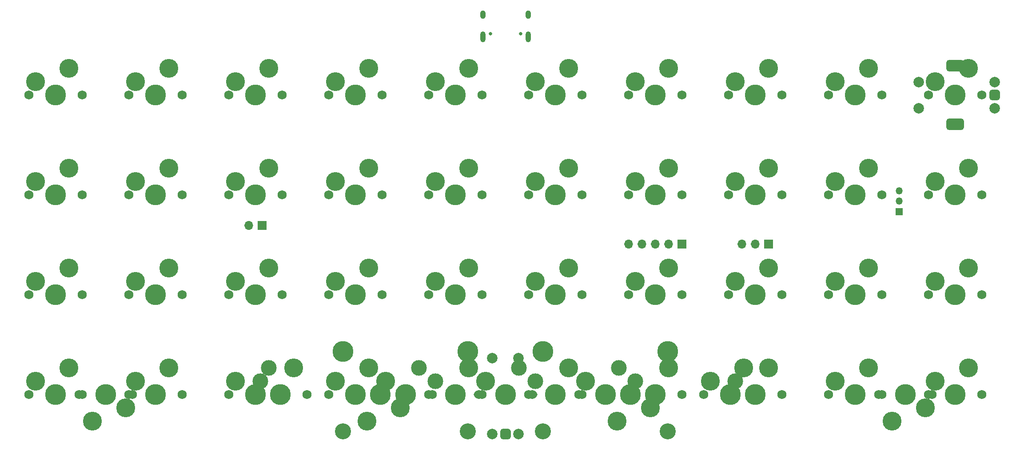
<source format=gbr>
%TF.GenerationSoftware,KiCad,Pcbnew,7.0.8*%
%TF.CreationDate,2023-10-05T16:55:04+02:00*%
%TF.ProjectId,Endeavour-2,456e6465-6176-46f7-9572-2d322e6b6963,rev?*%
%TF.SameCoordinates,Original*%
%TF.FileFunction,Soldermask,Top*%
%TF.FilePolarity,Negative*%
%FSLAX46Y46*%
G04 Gerber Fmt 4.6, Leading zero omitted, Abs format (unit mm)*
G04 Created by KiCad (PCBNEW 7.0.8) date 2023-10-05 16:55:04*
%MOMM*%
%LPD*%
G01*
G04 APERTURE LIST*
G04 Aperture macros list*
%AMRoundRect*
0 Rectangle with rounded corners*
0 $1 Rounding radius*
0 $2 $3 $4 $5 $6 $7 $8 $9 X,Y pos of 4 corners*
0 Add a 4 corners polygon primitive as box body*
4,1,4,$2,$3,$4,$5,$6,$7,$8,$9,$2,$3,0*
0 Add four circle primitives for the rounded corners*
1,1,$1+$1,$2,$3*
1,1,$1+$1,$4,$5*
1,1,$1+$1,$6,$7*
1,1,$1+$1,$8,$9*
0 Add four rect primitives between the rounded corners*
20,1,$1+$1,$2,$3,$4,$5,0*
20,1,$1+$1,$4,$5,$6,$7,0*
20,1,$1+$1,$6,$7,$8,$9,0*
20,1,$1+$1,$8,$9,$2,$3,0*%
G04 Aperture macros list end*
%ADD10C,3.048000*%
%ADD11C,3.987800*%
%ADD12C,0.650000*%
%ADD13O,1.000000X1.600000*%
%ADD14O,1.000000X2.100000*%
%ADD15C,1.750000*%
%ADD16C,3.600000*%
%ADD17C,3.000000*%
%ADD18R,1.350000X1.350000*%
%ADD19O,1.350000X1.350000*%
%ADD20R,1.700000X1.700000*%
%ADD21O,1.700000X1.700000*%
%ADD22C,2.000000*%
%ADD23RoundRect,0.500000X0.500000X0.500000X-0.500000X0.500000X-0.500000X-0.500000X0.500000X-0.500000X0*%
%ADD24RoundRect,0.550000X1.150000X0.550000X-1.150000X0.550000X-1.150000X-0.550000X1.150000X-0.550000X0*%
%ADD25C,1.000000*%
%ADD26RoundRect,0.500000X0.500000X-0.500000X0.500000X0.500000X-0.500000X0.500000X-0.500000X-0.500000X0*%
G04 APERTURE END LIST*
D10*
%TO.C,REF\u002A\u002A*%
X139571250Y-99465000D03*
D11*
X139571250Y-84225000D03*
D10*
X115758750Y-99465000D03*
D11*
X115758750Y-84225000D03*
%TD*%
D10*
%TO.C,REF\u002A\u002A*%
X177671250Y-99465000D03*
D11*
X177671250Y-84225000D03*
D10*
X153858750Y-99465000D03*
D11*
X153858750Y-84225000D03*
%TD*%
D12*
%TO.C,J1*%
X143825000Y-23642500D03*
X149605000Y-23642500D03*
D13*
X142395000Y-19992500D03*
D14*
X142395000Y-24172500D03*
D13*
X151035000Y-19992500D03*
D14*
X151035000Y-24172500D03*
%TD*%
D15*
%TO.C,K20*%
X66070000Y-73430000D03*
D11*
X60990000Y-73430000D03*
D15*
X55910000Y-73430000D03*
D16*
X57180000Y-70890000D03*
X63530000Y-68350000D03*
%TD*%
D15*
%TO.C,K18*%
X218470000Y-54380000D03*
D11*
X213390000Y-54380000D03*
D15*
X208310000Y-54380000D03*
D16*
X209580000Y-51840000D03*
X215930000Y-49300000D03*
%TD*%
D15*
%TO.C,K23*%
X123220000Y-73430000D03*
D11*
X118140000Y-73430000D03*
D15*
X113060000Y-73430000D03*
D16*
X114330000Y-70890000D03*
X120680000Y-68350000D03*
%TD*%
D15*
%TO.C,K9*%
X237520000Y-35330000D03*
D11*
X232440000Y-35330000D03*
D15*
X227360000Y-35330000D03*
D16*
X228630000Y-32790000D03*
X234980000Y-30250000D03*
%TD*%
D15*
%TO.C,K22*%
X104170000Y-73430000D03*
D11*
X99090000Y-73430000D03*
D15*
X94010000Y-73430000D03*
D16*
X95280000Y-70890000D03*
X101630000Y-68350000D03*
%TD*%
D15*
%TO.C,1.5u2*%
X165447500Y-92480000D03*
D11*
X170527500Y-92480000D03*
D15*
X175607500Y-92480000D03*
D16*
X174337500Y-95020000D03*
X167987500Y-97560000D03*
%TD*%
D15*
%TO.C,1u8*%
X237520000Y-92480000D03*
D11*
X232440000Y-92480000D03*
D15*
X227360000Y-92480000D03*
D16*
X228630000Y-89940000D03*
X234980000Y-87400000D03*
%TD*%
D15*
%TO.C,1u_space1*%
X65435000Y-92480000D03*
D11*
X70515000Y-92480000D03*
D15*
X75595000Y-92480000D03*
D16*
X74325000Y-95020000D03*
X67975000Y-97560000D03*
%TD*%
D15*
%TO.C,2u2*%
X161320000Y-92480000D03*
D11*
X156240000Y-92480000D03*
D17*
X152430000Y-89940000D03*
D15*
X151160000Y-92480000D03*
D16*
X158780000Y-87400000D03*
%TD*%
D15*
%TO.C,K19*%
X237520000Y-54380000D03*
D11*
X232440000Y-54380000D03*
D15*
X227360000Y-54380000D03*
D16*
X228630000Y-51840000D03*
X234980000Y-49300000D03*
%TD*%
D15*
%TO.C,K5*%
X161320000Y-35330000D03*
D11*
X156240000Y-35330000D03*
D15*
X151160000Y-35330000D03*
D16*
X152430000Y-32790000D03*
X158780000Y-30250000D03*
%TD*%
D18*
%TO.C,J2*%
X221710000Y-57570000D03*
D19*
X221710000Y-55570000D03*
X221710000Y-53570000D03*
%TD*%
D15*
%TO.C,2u4*%
X170845000Y-92480000D03*
D17*
X168305000Y-87400000D03*
D11*
X165765000Y-92480000D03*
D15*
X160685000Y-92480000D03*
D16*
X161955000Y-89940000D03*
%TD*%
D15*
%TO.C,K3*%
X123220000Y-35330000D03*
D11*
X118140000Y-35330000D03*
D15*
X113060000Y-35330000D03*
D16*
X114330000Y-32790000D03*
X120680000Y-30250000D03*
%TD*%
D15*
%TO.C,1u6*%
X199420000Y-92480000D03*
D11*
X194340000Y-92480000D03*
D17*
X190530000Y-89940000D03*
D15*
X189260000Y-92480000D03*
D16*
X196880000Y-87400000D03*
%TD*%
D15*
%TO.C,K29*%
X237520000Y-73430000D03*
D11*
X232440000Y-73430000D03*
D15*
X227360000Y-73430000D03*
D16*
X228630000Y-70890000D03*
X234980000Y-68350000D03*
%TD*%
D15*
%TO.C,1u_space2*%
X217835000Y-92480000D03*
D11*
X222915000Y-92480000D03*
D15*
X227995000Y-92480000D03*
D16*
X226725000Y-95020000D03*
X220375000Y-97560000D03*
%TD*%
D15*
%TO.C,K12*%
X104170000Y-54380000D03*
D11*
X99090000Y-54380000D03*
D15*
X94010000Y-54380000D03*
D16*
X95280000Y-51840000D03*
X101630000Y-49300000D03*
%TD*%
D15*
%TO.C,K21*%
X85120000Y-73430000D03*
D11*
X80040000Y-73430000D03*
D15*
X74960000Y-73430000D03*
D16*
X76230000Y-70890000D03*
X82580000Y-68350000D03*
%TD*%
D15*
%TO.C,SPACE1*%
X151795000Y-92480000D03*
D17*
X149255000Y-87400000D03*
D11*
X146715000Y-92480000D03*
D15*
X141635000Y-92480000D03*
D16*
X142905000Y-89940000D03*
%TD*%
D15*
%TO.C,K2*%
X104170000Y-35330000D03*
D11*
X99090000Y-35330000D03*
D15*
X94010000Y-35330000D03*
D16*
X95280000Y-32790000D03*
X101630000Y-30250000D03*
%TD*%
D15*
%TO.C,K17*%
X199420000Y-54380000D03*
D11*
X194340000Y-54380000D03*
D15*
X189260000Y-54380000D03*
D16*
X190530000Y-51840000D03*
X196880000Y-49300000D03*
%TD*%
D15*
%TO.C,K28*%
X218470000Y-73430000D03*
D11*
X213390000Y-73430000D03*
D15*
X208310000Y-73430000D03*
D16*
X209580000Y-70890000D03*
X215930000Y-68350000D03*
%TD*%
D15*
%TO.C,1u1*%
X66070000Y-92480000D03*
D11*
X60990000Y-92480000D03*
D15*
X55910000Y-92480000D03*
D16*
X57180000Y-89940000D03*
X63530000Y-87400000D03*
%TD*%
D15*
%TO.C,K24*%
X142270000Y-73430000D03*
D11*
X137190000Y-73430000D03*
D15*
X132110000Y-73430000D03*
D16*
X133380000Y-70890000D03*
X139730000Y-68350000D03*
%TD*%
D15*
%TO.C,K25*%
X161320000Y-73430000D03*
D11*
X156240000Y-73430000D03*
D15*
X151160000Y-73430000D03*
D16*
X152430000Y-70890000D03*
X158780000Y-68350000D03*
%TD*%
D20*
%TO.C,J0*%
X180380000Y-63730000D03*
D21*
X177840000Y-63730000D03*
X175300000Y-63730000D03*
X172760000Y-63730000D03*
X170220000Y-63730000D03*
%TD*%
D15*
%TO.C,1u7*%
X218470000Y-92480000D03*
D11*
X213390000Y-92480000D03*
D15*
X208310000Y-92480000D03*
D16*
X209580000Y-89940000D03*
X215930000Y-87400000D03*
%TD*%
D15*
%TO.C,K13*%
X123220000Y-54380000D03*
D11*
X118140000Y-54380000D03*
D15*
X113060000Y-54380000D03*
D16*
X114330000Y-51840000D03*
X120680000Y-49300000D03*
%TD*%
D15*
%TO.C,K0*%
X66070000Y-35330000D03*
D11*
X60990000Y-35330000D03*
D15*
X55910000Y-35330000D03*
D16*
X57180000Y-32790000D03*
X63530000Y-30250000D03*
%TD*%
D15*
%TO.C,1u3*%
X104170000Y-92480000D03*
D17*
X101630000Y-87400000D03*
D11*
X99090000Y-92480000D03*
D15*
X94010000Y-92480000D03*
D16*
X95280000Y-89940000D03*
%TD*%
D15*
%TO.C,K26*%
X180370000Y-73430000D03*
D11*
X175290000Y-73430000D03*
D15*
X170210000Y-73430000D03*
D16*
X171480000Y-70890000D03*
X177830000Y-68350000D03*
%TD*%
D15*
%TO.C,K8*%
X218470000Y-35330000D03*
D11*
X213390000Y-35330000D03*
D15*
X208310000Y-35330000D03*
D16*
X209580000Y-32790000D03*
X215930000Y-30250000D03*
%TD*%
D15*
%TO.C,1u4_offset1*%
X108932500Y-92480000D03*
D11*
X103852500Y-92480000D03*
D17*
X100042500Y-89940000D03*
D15*
X98772500Y-92480000D03*
D16*
X106392500Y-87400000D03*
%TD*%
D15*
%TO.C,K14*%
X142270000Y-54380000D03*
D11*
X137190000Y-54380000D03*
D15*
X132110000Y-54380000D03*
D16*
X133380000Y-51840000D03*
X139730000Y-49300000D03*
%TD*%
D15*
%TO.C,1u4*%
X194657500Y-92480000D03*
D11*
X189577500Y-92480000D03*
D15*
X184497500Y-92480000D03*
D16*
X185767500Y-89940000D03*
X192117500Y-87400000D03*
%TD*%
D15*
%TO.C,1u2*%
X85120000Y-92480000D03*
D11*
X80040000Y-92480000D03*
D15*
X74960000Y-92480000D03*
D16*
X76230000Y-89940000D03*
X82580000Y-87400000D03*
%TD*%
D22*
%TO.C,SW3*%
X239940000Y-32830000D03*
X239940000Y-37830000D03*
D23*
X239940000Y-35330000D03*
D24*
X232440000Y-29730000D03*
X232440000Y-40930000D03*
D22*
X225440000Y-37830000D03*
X225440000Y-32830000D03*
%TD*%
D20*
%TO.C,J3*%
X196865000Y-63755000D03*
D21*
X194325000Y-63755000D03*
X191785000Y-63755000D03*
%TD*%
D15*
%TO.C,K15*%
X161320000Y-54380000D03*
D11*
X156240000Y-54380000D03*
D15*
X151160000Y-54380000D03*
D16*
X152430000Y-51840000D03*
X158780000Y-49300000D03*
%TD*%
D15*
%TO.C,K7*%
X199420000Y-35330000D03*
D11*
X194340000Y-35330000D03*
D15*
X189260000Y-35330000D03*
D16*
X190530000Y-32790000D03*
X196880000Y-30250000D03*
%TD*%
D15*
%TO.C,K6*%
X180370000Y-35330000D03*
D11*
X175290000Y-35330000D03*
D15*
X170210000Y-35330000D03*
D16*
X171480000Y-32790000D03*
X177830000Y-30250000D03*
%TD*%
D25*
%TO.C,SW1*%
X152315000Y-92480000D03*
X141115000Y-92480000D03*
D22*
X149215000Y-99980000D03*
X144215000Y-99980000D03*
D26*
X146715000Y-99980000D03*
D22*
X144215000Y-85480000D03*
X149215000Y-85480000D03*
%TD*%
D15*
%TO.C,1.5u1*%
X117822500Y-92480000D03*
D11*
X122902500Y-92480000D03*
D15*
X127982500Y-92480000D03*
D16*
X126712500Y-95020000D03*
X120362500Y-97560000D03*
%TD*%
D15*
%TO.C,K4*%
X142270000Y-35330000D03*
D11*
X137190000Y-35330000D03*
D15*
X132110000Y-35330000D03*
D16*
X133380000Y-32790000D03*
X139730000Y-30250000D03*
%TD*%
D15*
%TO.C,K16*%
X180370000Y-54380000D03*
D11*
X175290000Y-54380000D03*
D15*
X170210000Y-54380000D03*
D16*
X171480000Y-51840000D03*
X177830000Y-49300000D03*
%TD*%
D15*
%TO.C,K27*%
X199420000Y-73430000D03*
D11*
X194340000Y-73430000D03*
D15*
X189260000Y-73430000D03*
D16*
X190530000Y-70890000D03*
X196880000Y-68350000D03*
%TD*%
D15*
%TO.C,2u3*%
X142270000Y-92480000D03*
D11*
X137190000Y-92480000D03*
D17*
X133380000Y-89940000D03*
D15*
X132110000Y-92480000D03*
D16*
X139730000Y-87400000D03*
%TD*%
D15*
%TO.C,2u_1.25option1*%
X132745000Y-92480000D03*
D17*
X130205000Y-87400000D03*
D11*
X127665000Y-92480000D03*
D15*
X122585000Y-92480000D03*
D16*
X123855000Y-89940000D03*
%TD*%
D20*
%TO.C,J4*%
X100365000Y-60230000D03*
D21*
X97825000Y-60230000D03*
%TD*%
D15*
%TO.C,K11*%
X85120000Y-54380000D03*
D11*
X80040000Y-54380000D03*
D15*
X74960000Y-54380000D03*
D16*
X76230000Y-51840000D03*
X82580000Y-49300000D03*
%TD*%
D15*
%TO.C,1.5u3*%
X180370000Y-92480000D03*
D11*
X175290000Y-92480000D03*
D17*
X171480000Y-89940000D03*
D15*
X170210000Y-92480000D03*
D16*
X177830000Y-87400000D03*
%TD*%
D15*
%TO.C,K1*%
X85120000Y-35330000D03*
D11*
X80040000Y-35330000D03*
D15*
X74960000Y-35330000D03*
D16*
X76230000Y-32790000D03*
X82580000Y-30250000D03*
%TD*%
D15*
%TO.C,2u1*%
X123220000Y-92480000D03*
D11*
X118140000Y-92480000D03*
D15*
X113060000Y-92480000D03*
D16*
X114330000Y-89940000D03*
X120680000Y-87400000D03*
%TD*%
D15*
%TO.C,K10*%
X66070000Y-54380000D03*
D11*
X60990000Y-54380000D03*
D15*
X55910000Y-54380000D03*
D16*
X57180000Y-51840000D03*
X63530000Y-49300000D03*
%TD*%
M02*

</source>
